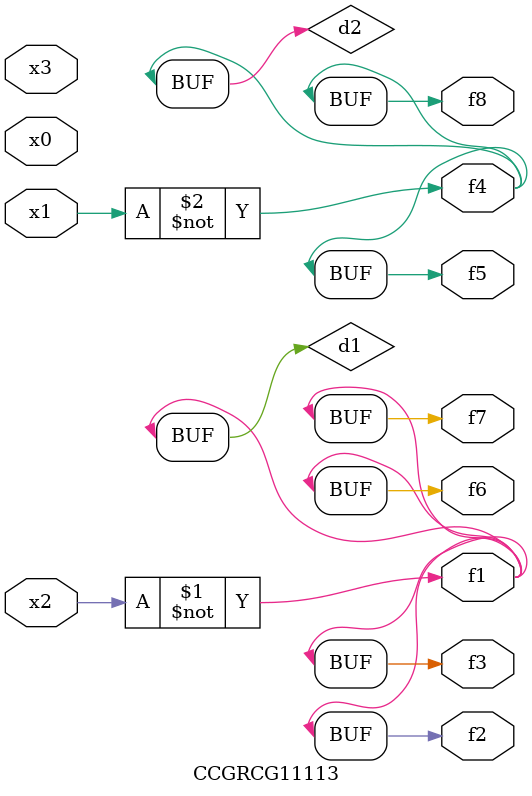
<source format=v>
module CCGRCG11113(
	input x0, x1, x2, x3,
	output f1, f2, f3, f4, f5, f6, f7, f8
);

	wire d1, d2;

	xnor (d1, x2);
	not (d2, x1);
	assign f1 = d1;
	assign f2 = d1;
	assign f3 = d1;
	assign f4 = d2;
	assign f5 = d2;
	assign f6 = d1;
	assign f7 = d1;
	assign f8 = d2;
endmodule

</source>
